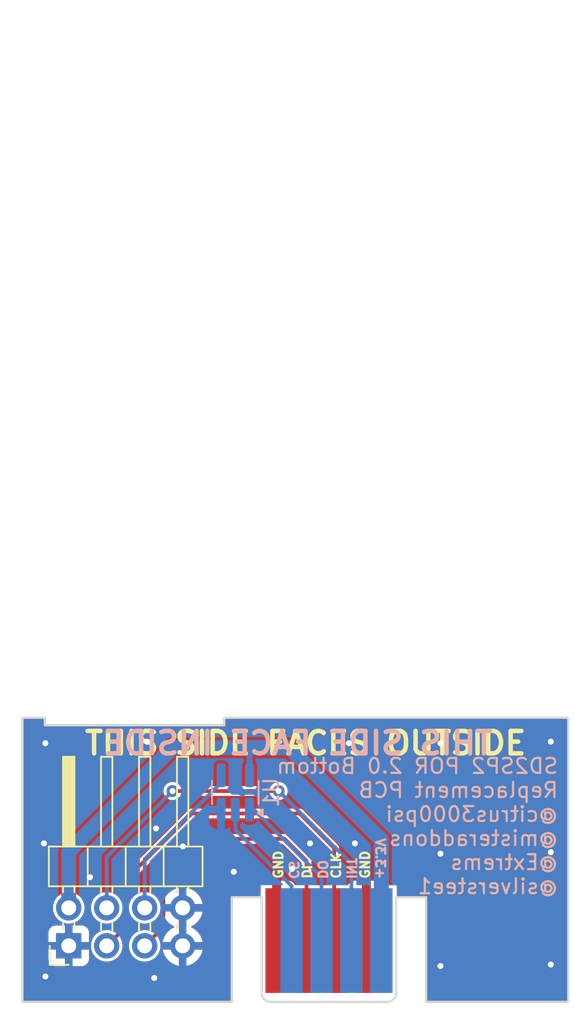
<source format=kicad_pcb>
(kicad_pcb (version 20240108) (generator "pcbnew") (generator_version "8.0")
  (layers (0 "F.Cu" signal) (31 "B.Cu" signal) (34 "B.Paste" user) (35 "F.Paste" user) (36 "B.SilkS" user "B.Silkscreen") (37 "F.SilkS" user "F.Silkscreen") (38 "B.Mask" user) (39 "F.Mask" user) (44 "Edge.Cuts" user))
  (net 0 "")
  (net 1 "Net-(J1-Pin_6)")
  (net 2 "/GND")
  (net 3 "/+3v3")
  (net 4 "/CS")
  (net 5 "/DO")
  (net 6 "/CLK")
  (net 7 "/DI")
  (net 8 "/INT")
  (footprint "Connector_PinHeader_2.54mm:PinHeader_2x04_P2.54mm_Horizontal" (layer "F.Cu") (at 77.160286 116.25 90)
    (property "Reference" "J1")
    (property "Value" "Conn_02x04_Odd_Even")
    (fp_line (start 6.64 -1.33) (end 3.98 -1.33) (stroke (width 0.12)) (layer "F.SilkS"))
    (fp_line (start 3.98 -1.33) (end 3.98 8.95) (stroke (width 0.12)) (layer "F.SilkS"))
    (fp_line (start -1.27 -1.27) (end 0 -1.27) (stroke (width 0.12)) (layer "F.SilkS"))
    (fp_line (start 12.64 -0.38) (end 12.64 0.38) (stroke (width 0.12)) (layer "F.SilkS"))
    (fp_line (start 6.64 -0.38) (end 12.64 -0.38) (stroke (width 0.12)) (layer "F.SilkS"))
    (fp_line (start 3.582929 -0.38) (end 3.98 -0.38) (stroke (width 0.12)) (layer "F.SilkS"))
    (fp_line (start 1.11 -0.38) (end 1.497071 -0.38) (stroke (width 0.12)) (layer "F.SilkS"))
    (fp_line (start 6.64 -0.32) (end 12.64 -0.32) (stroke (width 0.12)) (layer "F.SilkS"))
    (fp_line (start 6.64 -0.2) (end 12.64 -0.2) (stroke (width 0.12)) (layer "F.SilkS"))
    (fp_line (start 6.64 -0.08) (end 12.64 -0.08) (stroke (width 0.12)) (layer "F.SilkS"))
    (fp_line (start -1.27 0) (end -1.27 -1.27) (stroke (width 0.12)) (layer "F.SilkS"))
    (fp_line (start 6.64 0.04) (end 12.64 0.04) (stroke (width 0.12)) (layer "F.SilkS"))
    (fp_line (start 6.64 0.16) (end 12.64 0.16) (stroke (width 0.12)) (layer "F.SilkS"))
    (fp_line (start 6.64 0.28) (end 12.64 0.28) (stroke (width 0.12)) (layer "F.SilkS"))
    (fp_line (start 12.64 0.38) (end 6.64 0.38) (stroke (width 0.12)) (layer "F.SilkS"))
    (fp_line (start 3.582929 0.38) (end 3.98 0.38) (stroke (width 0.12)) (layer "F.SilkS"))
    (fp_line (start 1.11 0.38) (end 1.497071 0.38) (stroke (width 0.12)) (layer "F.SilkS"))
    (fp_line (start 3.98 1.27) (end 6.64 1.27) (stroke (width 0.12)) (layer "F.SilkS"))
    (fp_line (start 12.64 2.16) (end 12.64 2.92) (stroke (width 0.12)) (layer "F.SilkS"))
    (fp_line (start 6.64 2.16) (end 12.64 2.16) (stroke (width 0.12)) (layer "F.SilkS"))
    (fp_line (start 3.582929 2.16) (end 3.98 2.16) (stroke (width 0.12)) (layer "F.SilkS"))
    (fp_line (start 1.042929 2.16) (end 1.497071 2.16) (stroke (width 0.12)) (layer "F.SilkS"))
    (fp_line (start 12.64 2.92) (end 6.64 2.92) (stroke (width 0.12)) (layer "F.SilkS"))
    (fp_line (start 3.582929 2.92) (end 3.98 2.92) (stroke (width 0.12)) (layer "F.SilkS"))
    (fp_line (start 1.042929 2.92) (end 1.497071 2.92) (stroke (width 0.12)) (layer "F.SilkS"))
    (fp_line (start 3.98 3.81) (end 6.64 3.81) (stroke (width 0.12)) (layer "F.SilkS"))
    (fp_line (start 12.64 4.7) (end 12.64 5.46) (stroke (width 0.12)) (layer "F.SilkS"))
    (fp_line (start 6.64 4.7) (end 12.64 4.7) (stroke (width 0.12)) (layer "F.SilkS"))
    (fp_line (start 3.582929 4.7) (end 3.98 4.7) (stroke (width 0.12)) (layer "F.SilkS"))
    (fp_line (start 1.042929 4.7) (end 1.497071 4.7) (stroke (width 0.12)) (layer "F.SilkS"))
    (fp_line (start 12.64 5.46) (end 6.64 5.46) (stroke (width 0.12)) (layer "F.SilkS"))
    (fp_line (start 3.582929 5.46) (end 3.98 5.46) (stroke (width 0.12)) (layer "F.SilkS"))
    (fp_line (start 1.042929 5.46) (end 1.497071 5.46) (stroke (width 0.12)) (layer "F.SilkS"))
    (fp_line (start 3.98 6.35) (end 6.64 6.35) (stroke (width 0.12)) (layer "F.SilkS"))
    (fp_line (start 12.64 7.24) (end 12.64 8) (stroke (width 0.12)) (layer "F.SilkS"))
    (fp_line (start 6.64 7.24) (end 12.64 7.24) (stroke (width 0.12)) (layer "F.SilkS"))
    (fp_line (start 3.582929 7.24) (end 3.98 7.24) (stroke (width 0.12)) (layer "F.SilkS"))
    (fp_line (start 1.042929 7.24) (end 1.497071 7.24) (stroke (width 0.12)) (layer "F.SilkS"))
    (fp_line (start 12.64 8) (end 6.64 8) (stroke (width 0.12)) (layer "F.SilkS"))
    (fp_line (start 3.582929 8) (end 3.98 8) (stroke (width 0.12)) (layer "F.SilkS"))
    (fp_line (start 1.042929 8) (end 1.497071 8) (stroke (width 0.12)) (layer "F.SilkS"))
    (fp_line (start 6.64 8.95) (end 6.64 -1.33) (stroke (width 0.12)) (layer "F.SilkS"))
    (fp_line (start 3.98 8.95) (end 6.64 8.95) (stroke (width 0.12)) (layer "F.SilkS"))
    (pad "1" thru_hole rect (at 0 0 90) (size 1.7 1.7) (drill 1) (layers "*.Cu" "*.Mask") (net 2 "/GND"))
    (pad "2" thru_hole oval (at 2.54 0 90) (size 1.7 1.7) (drill 1) (layers "*.Cu" "*.Mask") (net 3 "/+3v3"))
    (pad "3" thru_hole oval (at 0 2.54 90) (size 1.7 1.7) (drill 1) (layers "*.Cu" "*.Mask") (net 6 "/CLK"))
    (pad "4" thru_hole oval (at 2.54 2.54 90) (size 1.7 1.7) (drill 1) (layers "*.Cu" "*.Mask") (net 8 "/INT"))
    (pad "5" thru_hole oval (at 0 5.08 90) (size 1.7 1.7) (drill 1) (layers "*.Cu" "*.Mask") (net 7 "/DI"))
    (pad "6" thru_hole oval (at 2.54 5.08 90) (size 1.7 1.7) (drill 1) (layers "*.Cu" "*.Mask") (net 1 "Net-(J1-Pin_6)"))
    (pad "7" thru_hole oval (at 0 7.62 90) (size 1.7 1.7) (drill 1) (layers "*.Cu" "*.Mask") (net 2 "/GND"))
    (pad "8" thru_hole oval (at 2.54 7.62 90) (size 1.7 1.7) (drill 1) (layers "*.Cu" "*.Mask") (net 2 "/GND"))
  )
  (footprint "gc_sp2:SP2_FootPrint" (layer "B.Cu") (at 98.064286 115.9 180)
    (property "Reference" "P1")
    (property "Value" "SerialPort")
    (pad "1" smd rect (at 0 0 180) (size 1.5 7) (layers "B.Cu" "B.Paste" "B.Mask") (net 3 "/+3v3"))
    (pad "2" smd rect (at 1 0 180) (size 1.5 7) (layers "F.Cu" "F.Paste" "F.Mask") (net 2 "/GND"))
    (pad "3" smd rect (at 2 0 180) (size 1.5 7) (layers "B.Cu" "B.Paste" "B.Mask") (net 8 "/INT"))
    (pad "4" smd rect (at 3 0 180) (size 1.5 7) (layers "F.Cu" "F.Paste" "F.Mask") (net 6 "/CLK"))
    (pad "5" smd rect (at 4 0 180) (size 1.5 7) (layers "B.Cu" "B.Paste" "B.Mask") (net 5 "/DO"))
    (pad "6" smd rect (at 5 0 180) (size 1.5 7) (layers "F.Cu" "F.Paste" "F.Mask") (net 7 "/DI"))
    (pad "7" smd rect (at 6 0 180) (size 1.5 7) (layers "B.Cu" "B.Paste" "B.Mask") (net 4 "/CS"))
    (pad "8" smd rect (at 7 0 180) (size 1.5 7) (layers "F.Cu" "F.Paste" "F.Mask") (net 2 "/GND"))
  )
  (footprint "Package_TO_SOT_SMD:SC-74A-5_1.55x2.9mm_P0.95mm" (layer "B.Cu") (at 88.3 105.996069 90)
    (property "Reference" "U1" (at 0 2.4 90) (layer "B.SilkS") (effects (justify mirror)))
    (property "Value" "74AHC1G32")
    (fp_line (start 0.775 -1.56) (end 0 -1.56) (stroke (width 0.12)) (layer "B.SilkS"))
    (fp_line (start -0.775 -1.56) (end 0 -1.56) (stroke (width 0.12)) (layer "B.SilkS"))
    (fp_line (start 0.775 1.56) (end 0 1.56) (stroke (width 0.12)) (layer "B.SilkS"))
    (fp_line (start -0.775 1.56) (end 0 1.56) (stroke (width 0.12)) (layer "B.SilkS"))
    (fp_poly (pts (xy -1.3625 1.51) (xy -1.6025 1.84) (xy -1.1225 1.84) (xy -1.3625 1.51)) (stroke (width 0.12)) (fill solid) (layer "B.SilkS"))
    (pad "1" smd roundrect (at -1.15 0.95 90) (size 1.6 0.6) (layers "B.Cu" "B.Paste" "B.Mask") (net 5 "/DO"))
    (pad "2" smd roundrect (at -1.15 0 90) (size 1.6 0.6) (layers "B.Cu" "B.Paste" "B.Mask") (net 4 "/CS"))
    (pad "3" smd roundrect (at -1.15 -0.95 90) (size 1.6 0.6) (layers "B.Cu" "B.Paste" "B.Mask") (net 2 "/GND"))
    (pad "4" smd roundrect (at 1.15 -0.95 90) (size 1.6 0.6) (layers "B.Cu" "B.Paste" "B.Mask") (net 1 "Net-(J1-Pin_6)"))
    (pad "5" smd roundrect (at 1.15 0.95 90) (size 1.6 0.6) (layers "B.Cu" "B.Paste" "B.Mask") (net 3 "/+3v3"))
  )
  (gr_arc (start 99.064286 119.4) (mid 98.88855 119.824264) (end 98.464286 120) (stroke (width 0.15)) (layer "Edge.Cuts"))
  (gr_line (start 88.064286 120) (end 74.064286 120) (stroke (width 0.15)) (layer "Edge.Cuts"))
  (gr_line (start 90.664286 120) (end 98.464286 120) (stroke (width 0.15)) (layer "Edge.Cuts"))
  (gr_arc (start 90.664286 120) (mid 90.240022 119.824264) (end 90.064286 119.4) (stroke (width 0.15)) (layer "Edge.Cuts"))
  (gr_line (start 101.064286 113) (end 101.064286 120) (stroke (width 0.15)) (layer "Edge.Cuts"))
  (gr_line (start 87.564286 101.5) (end 87.564286 101) (stroke (width 0.15)) (layer "Edge.Cuts"))
  (gr_line (start 75.564286 101.5) (end 87.564286 101.5) (stroke (width 0.15)) (layer "Edge.Cuts"))
  (gr_line (start 110.564286 101) (end 110.564286 120) (stroke (width 0.15)) (layer "Edge.Cuts"))
  (gr_line (start 90.064286 119.4) (end 90.064286 113) (stroke (width 0.15)) (layer "Edge.Cuts"))
  (gr_line (start 99.064286 113) (end 101.064286 113) (stroke (width 0.15)) (layer "Edge.Cuts"))
  (gr_line (start 74.064286 120) (end 74.064286 101) (stroke (width 0.15)) (layer "Edge.Cuts"))
  (gr_line (start 101.064286 120) (end 110.564286 120) (stroke (width 0.15)) (layer "Edge.Cuts"))
  (gr_line (start 75.564286 101) (end 75.564286 101.5) (stroke (width 0.15)) (layer "Edge.Cuts"))
  (gr_line (start 87.564286 101) (end 110.564286 101) (stroke (width 0.15)) (layer "Edge.Cuts"))
  (gr_line (start 99.064286 119.4) (end 99.064286 113) (stroke (width 0.15)) (layer "Edge.Cuts"))
  (gr_line (start 88.064286 113) (end 90.064286 113) (stroke (width 0.15)) (layer "Edge.Cuts"))
  (gr_line (start 74.064286 101) (end 75.564286 101) (stroke (width 0.15)) (layer "Edge.Cuts"))
  (gr_line (start 88.064286 113) (end 88.064286 120) (stroke (width 0.15)) (layer "Edge.Cuts"))
  (gr_text "THIS SIDE FACE INSIDE" (at 92.5 102.7 0) (layer "B.SilkS") (effects (font (size 1.5 1.5) (thickness 0.3)) (justify mirror)))
  (gr_text "SD2SP2 POR 2.0 Bottom\nReplacement PCB\n@citrus3000psi\n@misteraddons\n@Extrems      \n@silverstee1    " (at 109.974472 108.253131 0) (layer "B.SilkS") (effects (font (size 1 1)) (justify left mirror)))
  (gr_text "+3.3V\n\nINT\n\nDO\n\nCS" (at 91.8464 111.8616 270) (layer "B.SilkS") (effects (font (size 0.6 0.6)) (justify left bottom mirror)))
  (gr_text "GND\n\nDI\n\nCLK\n\nGND" (at 97.3328 111.8362 90) (layer "F.SilkS") (effects (font (size 0.6 0.6)) (justify left bottom)))
  (gr_text "THIS SIDE FACES OUTSIDE" (at 93 102.7 0) (layer "F.SilkS") (effects (font (size 1.5 1.5) (thickness 0.3))))
  (segment (start 87.35 105.35) (end 87.35 104.846069) (width 0.25) (layer "B.Cu") (net 1))
  (segment (start 82.240286 110.459714) (end 87.35 105.35) (width 0.25) (layer "B.Cu") (net 1))
  (segment (start 82.240286 113.71) (end 82.240286 110.459714) (width 0.25) (layer "B.Cu") (net 1))
  (segment (start 97.064286 115.9) (end 97.064286 111) (width 0.6) (layer "F.Cu") (net 2))
  (segment (start 91.064286 115.9) (end 91.064286 111) (width 0.6) (layer "F.Cu") (net 2))
  (via (at 95.9 102.7) (size 0.8) (drill 0.4) (layers "F.Cu" "B.Cu") (net 2))
  (via (at 82.88 118.4) (size 0.8) (drill 0.4) (layers "F.Cu" "B.Cu") (net 2))
  (via (at 78.583116 111.660762) (size 0.8) (drill 0.4) (layers "F.Cu" "B.Cu") (net 2))
  (via (at 109.4 109.9908) (size 0.8) (drill 0.4) (layers "F.Cu" "B.Cu") (net 2))
  (via (at 102.02 117.6) (size 0.8) (drill 0.4) (layers "F.Cu" "B.Cu") (net 2))
  (via (at 109.4 102.6) (size 0.8) (drill 0.4) (layers "F.Cu" "B.Cu") (net 2))
  (via (at 84.8 109.6) (size 0.8) (drill 0.4) (layers "F.Cu" "B.Cu") (net 2))
  (via (at 102.02 102.7) (size 0.8) (drill 0.4) (layers "F.Cu" "B.Cu") (net 2))
  (via (at 92.1 111.1) (size 0.8) (drill 0.4) (layers "F.Cu" "B.Cu") (net 2))
  (via (at 88.2 111.3) (size 0.8) (drill 0.4) (layers "F.Cu" "B.Cu") (net 2))
  (via (at 93.3 109.4) (size 0.8) (drill 0.4) (layers "F.Cu" "B.Cu") (net 2))
  (via (at 96.3 109.4) (size 0.8) (drill 0.4) (layers "F.Cu" "B.Cu") (net 2))
  (via (at 75.6 102.7) (size 0.8) (drill 0.4) (layers "F.Cu" "B.Cu") (net 2))
  (via (at 83 108.4) (size 0.8) (drill 0.4) (layers "F.Cu" "B.Cu") (net 2))
  (via (at 75.6 118.3) (size 0.8) (drill 0.4) (layers "F.Cu" "B.Cu") (net 2))
  (via (at 75.5 109.4) (size 0.8) (drill 0.4) (layers "F.Cu" "B.Cu") (net 2))
  (via (at 109.4 117.5) (size 0.8) (drill 0.4) (layers "F.Cu" "B.Cu") (net 2))
  (via (at 82.4 102.6) (size 0.8) (drill 0.4) (layers "F.Cu" "B.Cu") (net 2))
  (via (at 102.02 110.0908) (size 0.8) (drill 0.4) (layers "F.Cu" "B.Cu") (net 2))
  (segment (start 89.25 104.846069) (end 89.25 102.95) (width 0.4) (layer "B.Cu") (net 3))
  (segment (start 98.064286 109.164286) (end 91.9 103) (width 1) (layer "B.Cu") (net 3))
  (segment (start 91.9 103) (end 84.1 103) (width 1) (layer "B.Cu") (net 3))
  (segment (start 89.25 102.95) (end 89.2 102.9) (width 0.4) (layer "B.Cu") (net 3))
  (segment (start 84.1 103) (end 77.160286 109.939714) (width 1) (layer "B.Cu") (net 3))
  (segment (start 77.160286 109.939714) (end 77.160286 113.71) (width 1) (layer "B.Cu") (net 3))
  (segment (start 98.064286 115.9) (end 98.064286 109.164286) (width 1) (layer "B.Cu") (net 3))
  (segment (start 89.2 102.9) (end 89.2 103) (width 0.4) (layer "B.Cu") (net 3))
  (segment (start 88.3 107.146069) (end 88.3 108.481541) (width 0.25) (layer "B.Cu") (net 4))
  (segment (start 92.064286 115.9) (end 92.064286 112.664286) (width 0.25) (layer "B.Cu") (net 4))
  (segment (start 88.3 108.481541) (end 92.064286 112.245827) (width 0.25) (layer "B.Cu") (net 4))
  (segment (start 92.064286 112.245827) (end 92.064286 115.9) (width 0.25) (layer "B.Cu") (net 4))
  (segment (start 89.25 107.146069) (end 89.546069 107.146069) (width 0.25) (layer "B.Cu") (net 5))
  (segment (start 94.064286 111.664286) (end 94.064286 115.9) (width 0.25) (layer "B.Cu") (net 5))
  (segment (start 89.546069 107.146069) (end 94.064286 111.664286) (width 0.25) (layer "B.Cu") (net 5))
  (segment (start 85.4 107.4) (end 92.6 107.4) (width 0.25) (layer "F.Cu") (net 6))
  (segment (start 94.915489 109.715489) (end 94.915489 115.751203) (width 0.25) (layer "F.Cu") (net 6))
  (segment (start 92.6 107.4) (end 94.915489 109.715489) (width 0.25) (layer "F.Cu") (net 6))
  (segment (start 79.700286 116.25) (end 80.950286 115) (width 0.25) (layer "F.Cu") (net 6))
  (segment (start 80.950286 111.849714) (end 85.4 107.4) (width 0.25) (layer "F.Cu") (net 6))
  (segment (start 80.950286 115) (end 80.950286 111.849714) (width 0.25) (layer "F.Cu") (net 6))
  (segment (start 86.8 109.1) (end 83.490286 112.409714) (width 0.25) (layer "F.Cu") (net 7))
  (segment (start 93.064286 110.564286) (end 91.6 109.1) (width 0.25) (layer "F.Cu") (net 7))
  (segment (start 93.064286 115.9) (end 93.064286 110.564286) (width 0.25) (layer "F.Cu") (net 7))
  (segment (start 91.6 109.1) (end 86.8 109.1) (width 0.25) (layer "F.Cu") (net 7))
  (segment (start 83.490286 112.409714) (end 83.490286 115) (width 0.25) (layer "F.Cu") (net 7))
  (segment (start 83.490286 115) (end 82.240286 116.25) (width 0.25) (layer "F.Cu") (net 7))
  (segment (start 91.2 105.9) (end 84.1 105.9) (width 0.25) (layer "F.Cu") (net 8))
  (via (at 91.2 105.9) (size 0.8) (drill 0.4) (layers "F.Cu" "B.Cu") (net 8))
  (via (at 84.1 105.9) (size 0.8) (drill 0.4) (layers "F.Cu" "B.Cu") (net 8))
  (segment (start 84.1 105.9) (end 79.700286 110.299714) (width 0.25) (layer "B.Cu") (net 8))
  (segment (start 91.2 105.9) (end 96.064286 110.764286) (width 0.25) (layer "B.Cu") (net 8))
  (segment (start 79.700286 110.299714) (end 79.700286 113.71) (width 0.25) (layer "B.Cu") (net 8))
  (segment (start 96.064286 110.764286) (end 96.064286 115.9) (width 0.25) (layer "B.Cu") (net 8))
  (zone (net 0) (net_name "") (layers "F&B.Cu") (connect_pads (clearance 0)) (min_thickness 0.1)
    (keepout (tracks allowed) (vias allowed) (pads allowed) (copperpour not_allowed) (footprints allowed))
    (fill (thermal_gap 0.508) (thermal_bridge_width 0.508))
    (polygon (pts (xy 90 112.2) (xy 99.1 112.2) (xy 99.1 119.5) (xy 98.6 120) (xy 90.4 120) (xy 90 119.6)))
  )
  (zone (net 2) (net_name "/GND") (layers "F&B.Cu") (connect_pads (clearance 0)) (min_thickness 0.1) (fill yes (thermal_gap 0.508) (thermal_bridge_width 0.508))
    (polygon (pts (xy 72.564286 121) (xy 111.564286 121) (xy 111.564286 53) (xy 72.564286 53)))
  )
)
</source>
